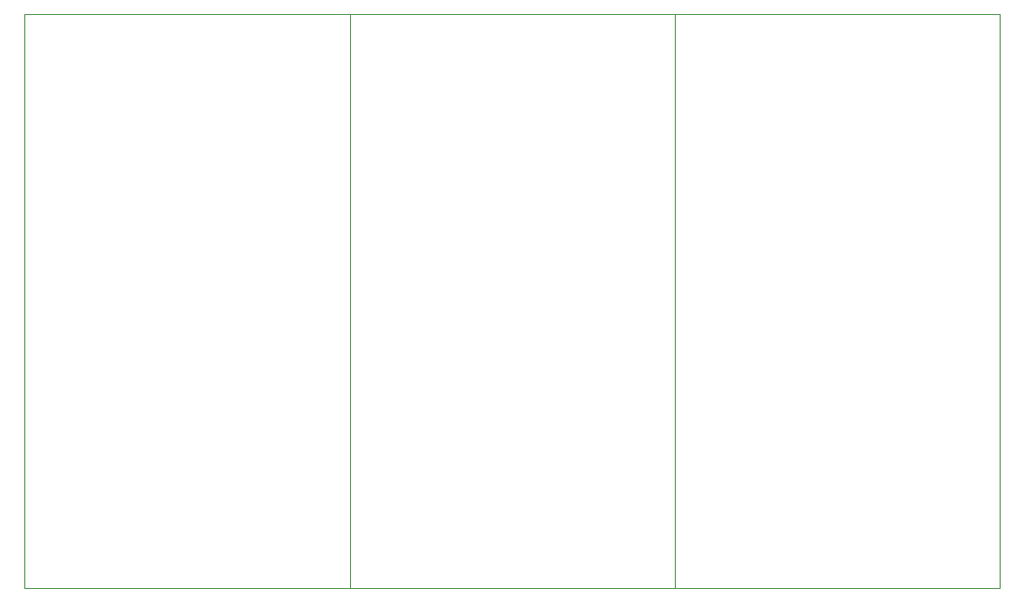
<source format=gbr>
G04 #@! TF.GenerationSoftware,KiCad,Pcbnew,5.1.5+dfsg1-2build2*
G04 #@! TF.CreationDate,2022-03-02T19:41:26-05:00*
G04 #@! TF.ProjectId,,58585858-5858-4585-9858-585858585858,rev?*
G04 #@! TF.SameCoordinates,Original*
G04 #@! TF.FileFunction,Profile,NP*
%FSLAX46Y46*%
G04 Gerber Fmt 4.6, Leading zero omitted, Abs format (unit mm)*
G04 Created by KiCad (PCBNEW 5.1.5+dfsg1-2build2) date 2022-03-02 19:41:26*
%MOMM*%
%LPD*%
G04 APERTURE LIST*
%ADD10C,0.050000*%
G04 APERTURE END LIST*
D10*
X154831920Y-29573320D02*
X154831920Y-81573320D01*
X125431920Y-29573320D02*
X125431920Y-81573320D01*
X125431920Y-29573320D02*
X125431920Y-81573320D01*
X96031920Y-29573320D02*
X96031920Y-81573320D01*
X125431920Y-81573320D02*
X154831920Y-81573320D01*
X96031920Y-81573320D02*
X125431920Y-81573320D01*
X125431920Y-29573320D02*
X154831920Y-29573320D01*
X96031920Y-29573320D02*
X125431920Y-29573320D01*
X66631920Y-81573320D02*
X96031920Y-81573320D01*
X66631920Y-29573320D02*
X96031920Y-29573320D01*
X96031920Y-29573320D02*
X96031920Y-81573320D01*
X66631920Y-29573320D02*
X66631920Y-81573320D01*
M02*

</source>
